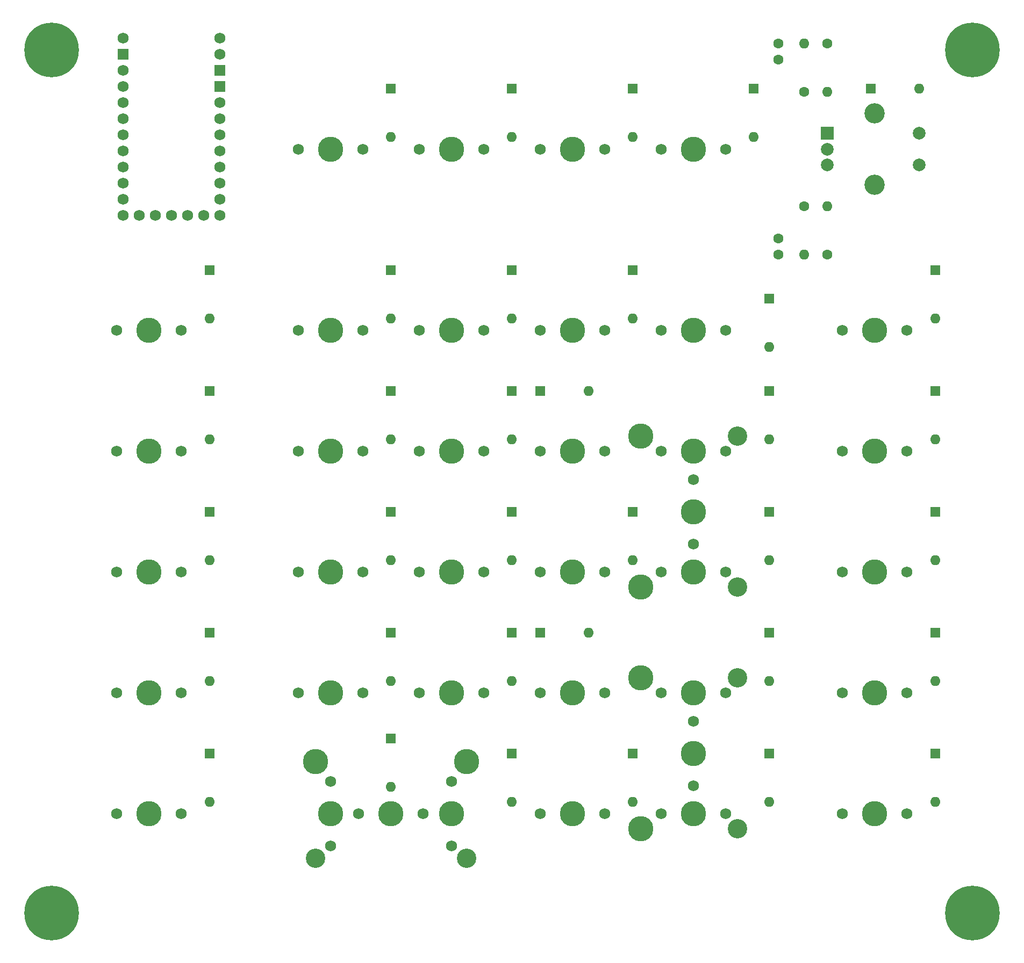
<source format=gbr>
G04 #@! TF.GenerationSoftware,KiCad,Pcbnew,(5.99.0-8951-g09be44a352)*
G04 #@! TF.CreationDate,2021-02-10T23:28:11+02:00*
G04 #@! TF.ProjectId,OsseyPad,4f737365-7950-4616-942e-6b696361645f,rev?*
G04 #@! TF.SameCoordinates,Original*
G04 #@! TF.FileFunction,Soldermask,Top*
G04 #@! TF.FilePolarity,Negative*
%FSLAX46Y46*%
G04 Gerber Fmt 4.6, Leading zero omitted, Abs format (unit mm)*
G04 Created by KiCad (PCBNEW (5.99.0-8951-g09be44a352)) date 2021-02-10 23:28:11*
%MOMM*%
%LPD*%
G01*
G04 APERTURE LIST*
%ADD10C,0.900000*%
%ADD11C,8.600000*%
%ADD12C,3.987800*%
%ADD13C,1.750000*%
%ADD14C,3.048000*%
%ADD15R,2.000000X2.000000*%
%ADD16C,2.000000*%
%ADD17C,3.200000*%
%ADD18C,1.600000*%
%ADD19R,1.600000X1.600000*%
%ADD20O,1.600000X1.600000*%
%ADD21C,1.752600*%
%ADD22R,1.752600X1.752600*%
G04 APERTURE END LIST*
D10*
X89326254Y-81919769D03*
X84765416Y-77358931D03*
X90270835Y-79639350D03*
X83820835Y-79639350D03*
D11*
X87045835Y-79639350D03*
D10*
X87045835Y-82864350D03*
X84765416Y-81919769D03*
X89326254Y-77358931D03*
X87045835Y-76414350D03*
X228820715Y-79639350D03*
X234326134Y-77358931D03*
X234326134Y-81919769D03*
X229765296Y-77358931D03*
D11*
X232045715Y-79639350D03*
D10*
X229765296Y-81919769D03*
X232045715Y-76414350D03*
X232045715Y-82864350D03*
X235270715Y-79639350D03*
X84765416Y-217918369D03*
X87045835Y-212412950D03*
X89326254Y-213357531D03*
X89326254Y-217918369D03*
X90270835Y-215637950D03*
X87045835Y-218862950D03*
X83820835Y-215637950D03*
X84765416Y-213357531D03*
D11*
X87045835Y-215637950D03*
D10*
X235270715Y-215637950D03*
X229765296Y-217918369D03*
X229765296Y-213357531D03*
X228820715Y-215637950D03*
X232045715Y-218862950D03*
X234326134Y-213357531D03*
X234326134Y-217918369D03*
D11*
X232045715Y-215637950D03*
D10*
X232045715Y-212412950D03*
D12*
X130968750Y-95250000D03*
D13*
X125888750Y-95250000D03*
X136048750Y-95250000D03*
D12*
X150018750Y-95250000D03*
D13*
X155098750Y-95250000D03*
X144938750Y-95250000D03*
X163988750Y-95250000D03*
D12*
X169068750Y-95250000D03*
D13*
X174148750Y-95250000D03*
X193198750Y-95250000D03*
D12*
X188118750Y-95250000D03*
D13*
X183038750Y-95250000D03*
X97313750Y-123825000D03*
X107473750Y-123825000D03*
D12*
X102393750Y-123825000D03*
D13*
X125888750Y-123825000D03*
X136048750Y-123825000D03*
D12*
X130968750Y-123825000D03*
X150018750Y-123825000D03*
D13*
X155098750Y-123825000D03*
X144938750Y-123825000D03*
X174148750Y-123825000D03*
D12*
X169068750Y-123825000D03*
D13*
X163988750Y-123825000D03*
X183038750Y-123825000D03*
D12*
X188118750Y-123825000D03*
D13*
X193198750Y-123825000D03*
D12*
X216693750Y-123825000D03*
D13*
X211613750Y-123825000D03*
X221773750Y-123825000D03*
D12*
X102393750Y-142875000D03*
D13*
X107473750Y-142875000D03*
X97313750Y-142875000D03*
D12*
X130968750Y-142875000D03*
D13*
X125888750Y-142875000D03*
X136048750Y-142875000D03*
X155098750Y-142875000D03*
D12*
X150018750Y-142875000D03*
D13*
X144938750Y-142875000D03*
X174148750Y-142875000D03*
D12*
X169068750Y-142875000D03*
D13*
X163988750Y-142875000D03*
X183038750Y-142875000D03*
D12*
X188118750Y-142875000D03*
D13*
X193198750Y-142875000D03*
X211613750Y-142875000D03*
D12*
X216693750Y-142875000D03*
D13*
X221773750Y-142875000D03*
X97313750Y-161925000D03*
D12*
X102393750Y-161925000D03*
D13*
X107473750Y-161925000D03*
X136048750Y-161925000D03*
X125888750Y-161925000D03*
D12*
X130968750Y-161925000D03*
X150018750Y-161925000D03*
D13*
X144938750Y-161925000D03*
X155098750Y-161925000D03*
X163988750Y-161925000D03*
X174148750Y-161925000D03*
D12*
X169068750Y-161925000D03*
D13*
X193198750Y-161925000D03*
D12*
X188118750Y-161925000D03*
D13*
X183038750Y-161925000D03*
X211613750Y-161925000D03*
X221773750Y-161925000D03*
D12*
X216693750Y-161925000D03*
X188118750Y-180975000D03*
D13*
X183038750Y-180975000D03*
X193198750Y-180975000D03*
X97313750Y-180975000D03*
X107473750Y-180975000D03*
D12*
X102393750Y-180975000D03*
D13*
X125888750Y-180975000D03*
X136048750Y-180975000D03*
D12*
X130968750Y-180975000D03*
D13*
X155098750Y-180975000D03*
D12*
X150018750Y-180975000D03*
D13*
X144938750Y-180975000D03*
X174148750Y-180975000D03*
X163988750Y-180975000D03*
D12*
X169068750Y-180975000D03*
D13*
X211613750Y-180975000D03*
X221773750Y-180975000D03*
D12*
X216693750Y-180975000D03*
D13*
X97313750Y-200025000D03*
X107473750Y-200025000D03*
D12*
X102393750Y-200025000D03*
D13*
X130968750Y-205105000D03*
D12*
X130968750Y-200025000D03*
D13*
X130968750Y-194945000D03*
X150018750Y-205105000D03*
D12*
X150018750Y-200025000D03*
D13*
X150018750Y-194945000D03*
D12*
X169068750Y-200025000D03*
D13*
X163988750Y-200025000D03*
X174148750Y-200025000D03*
X193198750Y-200025000D03*
X183038750Y-200025000D03*
D12*
X188118750Y-200025000D03*
D13*
X221773750Y-200025000D03*
D12*
X216693750Y-200025000D03*
D13*
X211613750Y-200025000D03*
D12*
X179863750Y-164306250D03*
D14*
X195103750Y-164306250D03*
D12*
X188118750Y-152400000D03*
D13*
X188118750Y-147320000D03*
D12*
X179863750Y-140493750D03*
D14*
X195103750Y-140493750D03*
D13*
X188118750Y-157480000D03*
D12*
X179863750Y-202406250D03*
X179863750Y-178593750D03*
D14*
X195103750Y-178593750D03*
D12*
X188118750Y-190500000D03*
D13*
X188118750Y-185420000D03*
X188118750Y-195580000D03*
D14*
X195103750Y-202406250D03*
D12*
X140493750Y-200025000D03*
X152400000Y-191770000D03*
D14*
X152400000Y-207010000D03*
D12*
X128587500Y-191770000D03*
D14*
X128587500Y-207010000D03*
D13*
X145573750Y-200025000D03*
X135413750Y-200025000D03*
D15*
X209193750Y-92750000D03*
D16*
X209193750Y-97750000D03*
X209193750Y-95250000D03*
D17*
X216693750Y-100850000D03*
X216693750Y-89650000D03*
D16*
X223693750Y-97750000D03*
X223693750Y-92750000D03*
D18*
X201530000Y-111840000D03*
X201530000Y-109340000D03*
X201530000Y-78630000D03*
X201530000Y-81130000D03*
D19*
X140493750Y-85725000D03*
D20*
X140493750Y-93345000D03*
D19*
X159543750Y-85725000D03*
D20*
X159543750Y-93345000D03*
D19*
X178593750Y-85725000D03*
D20*
X178593750Y-93345000D03*
D19*
X197643750Y-85725000D03*
D20*
X197643750Y-93345000D03*
D19*
X216070000Y-85725000D03*
D20*
X223690000Y-85725000D03*
D19*
X111918750Y-114300000D03*
D20*
X111918750Y-121920000D03*
D19*
X140493750Y-114300000D03*
D20*
X140493750Y-121920000D03*
D19*
X159543750Y-114300000D03*
D20*
X159543750Y-121920000D03*
D19*
X178593750Y-114300000D03*
D20*
X178593750Y-121920000D03*
D19*
X200025000Y-118780000D03*
D20*
X200025000Y-126400000D03*
D19*
X226218750Y-114300000D03*
D20*
X226218750Y-121920000D03*
D19*
X111918750Y-133350000D03*
D20*
X111918750Y-140970000D03*
D19*
X140493750Y-133350000D03*
D20*
X140493750Y-140970000D03*
D19*
X159543750Y-133350000D03*
D20*
X159543750Y-140970000D03*
D19*
X163980000Y-133350000D03*
D20*
X171600000Y-133350000D03*
D19*
X200025000Y-133350000D03*
D20*
X200025000Y-140970000D03*
D19*
X226218750Y-133350000D03*
D20*
X226218750Y-140970000D03*
D19*
X111918750Y-152400000D03*
D20*
X111918750Y-160020000D03*
D19*
X140493750Y-152400000D03*
D20*
X140493750Y-160020000D03*
D19*
X159543750Y-152400000D03*
D20*
X159543750Y-160020000D03*
D19*
X178593750Y-152400000D03*
D20*
X178593750Y-160020000D03*
D19*
X200025000Y-152400000D03*
D20*
X200025000Y-160020000D03*
D19*
X226218750Y-152400000D03*
D20*
X226218750Y-160020000D03*
D19*
X200025000Y-171450000D03*
D20*
X200025000Y-179070000D03*
D19*
X111918750Y-171450000D03*
D20*
X111918750Y-179070000D03*
D19*
X140493750Y-171450000D03*
D20*
X140493750Y-179070000D03*
D19*
X159543750Y-171450000D03*
D20*
X159543750Y-179070000D03*
D19*
X226218750Y-171450000D03*
D20*
X226218750Y-179070000D03*
D19*
X111918750Y-190500000D03*
D20*
X111918750Y-198120000D03*
D19*
X140500000Y-188125000D03*
D20*
X140500000Y-195745000D03*
D19*
X159543750Y-190500000D03*
D20*
X159543750Y-198120000D03*
D19*
X178593750Y-190500000D03*
D20*
X178593750Y-198120000D03*
D19*
X200025000Y-190500000D03*
D20*
X200025000Y-198120000D03*
D19*
X226218750Y-190500000D03*
D20*
X226218750Y-198120000D03*
D18*
X209190000Y-78580000D03*
D20*
X209190000Y-86200000D03*
D18*
X209170000Y-111920000D03*
D20*
X209170000Y-104300000D03*
D18*
X205530000Y-86210000D03*
D20*
X205530000Y-78590000D03*
D18*
X205530000Y-104300000D03*
D20*
X205530000Y-111920000D03*
D19*
X163980000Y-171450000D03*
D20*
X171600000Y-171450000D03*
D21*
X113543000Y-77739500D03*
X113543000Y-80279500D03*
D22*
X113543000Y-82819500D03*
X113543000Y-85359500D03*
D21*
X113543000Y-87899500D03*
X113543000Y-90439500D03*
X113543000Y-92979500D03*
X113543000Y-95519500D03*
X113543000Y-98059500D03*
X113543000Y-100599500D03*
X113543000Y-103139500D03*
X113543000Y-105679500D03*
X98303000Y-105679500D03*
X98303000Y-103139500D03*
X98303000Y-100599500D03*
X98303000Y-98059500D03*
X98303000Y-95519500D03*
X98303000Y-92979500D03*
X98303000Y-90439500D03*
X98303000Y-87899500D03*
X98303000Y-85359500D03*
X98303000Y-82819500D03*
D22*
X98303000Y-80279500D03*
D21*
X98303000Y-77739500D03*
X111003000Y-105679500D03*
X108463000Y-105679500D03*
X105923000Y-105679500D03*
X103383000Y-105679500D03*
X100843000Y-105679500D03*
M02*

</source>
